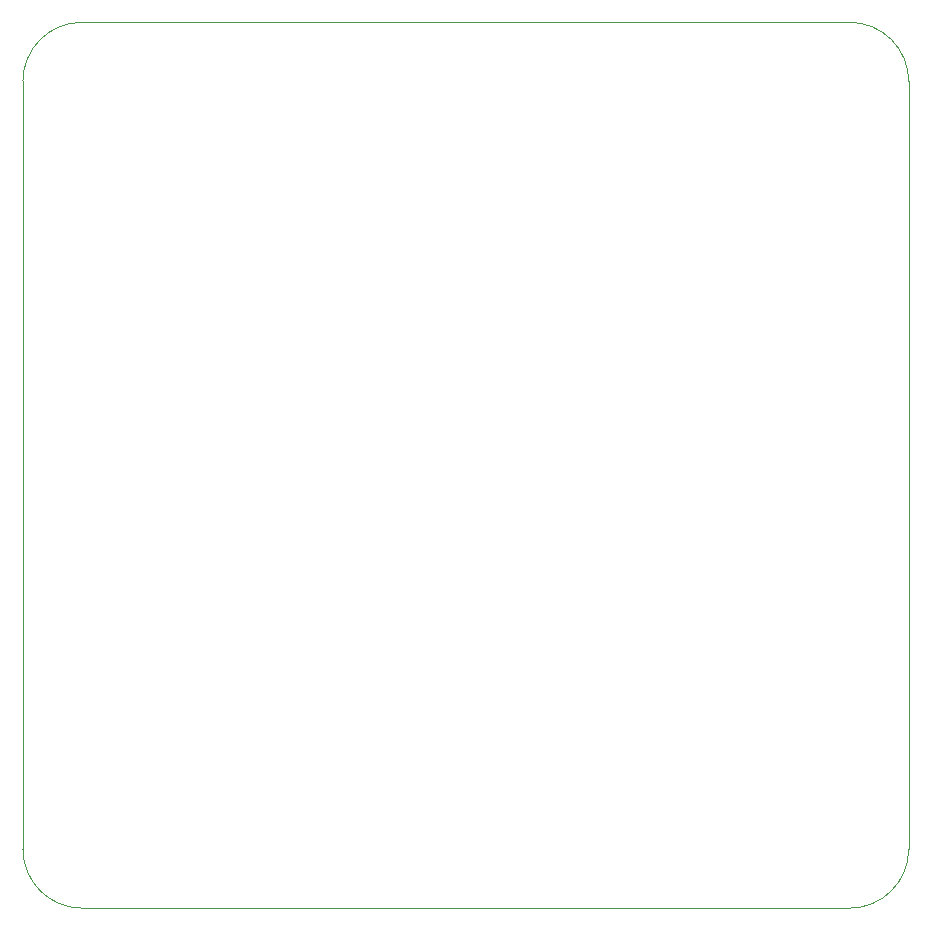
<source format=gbr>
%TF.GenerationSoftware,KiCad,Pcbnew,(6.0.7)*%
%TF.CreationDate,2022-11-12T16:45:26-06:00*%
%TF.ProjectId,BPS_Scrutineering,4250535f-5363-4727-9574-696e65657269,rev?*%
%TF.SameCoordinates,Original*%
%TF.FileFunction,Profile,NP*%
%FSLAX46Y46*%
G04 Gerber Fmt 4.6, Leading zero omitted, Abs format (unit mm)*
G04 Created by KiCad (PCBNEW (6.0.7)) date 2022-11-12 16:45:26*
%MOMM*%
%LPD*%
G01*
G04 APERTURE LIST*
%TA.AperFunction,Profile*%
%ADD10C,0.120000*%
%TD*%
%TA.AperFunction,Profile*%
%ADD11C,0.050000*%
%TD*%
G04 APERTURE END LIST*
D10*
X154040600Y-74399000D02*
G75*
G03*
X149040600Y-69399000I-5000000J0D01*
G01*
D11*
X149040600Y-69399000D02*
X84040600Y-69399000D01*
X84040600Y-144399000D02*
X149040600Y-144399000D01*
D10*
X79040600Y-139399000D02*
G75*
G03*
X84040600Y-144399000I5000000J0D01*
G01*
X84040600Y-69399000D02*
G75*
G03*
X79040600Y-74399000I0J-5000000D01*
G01*
D11*
X154040600Y-139399000D02*
X154040600Y-74399000D01*
D10*
X149040600Y-144399000D02*
G75*
G03*
X154040600Y-139399000I0J5000000D01*
G01*
D11*
X79040600Y-139399000D02*
X79040600Y-74399000D01*
M02*

</source>
